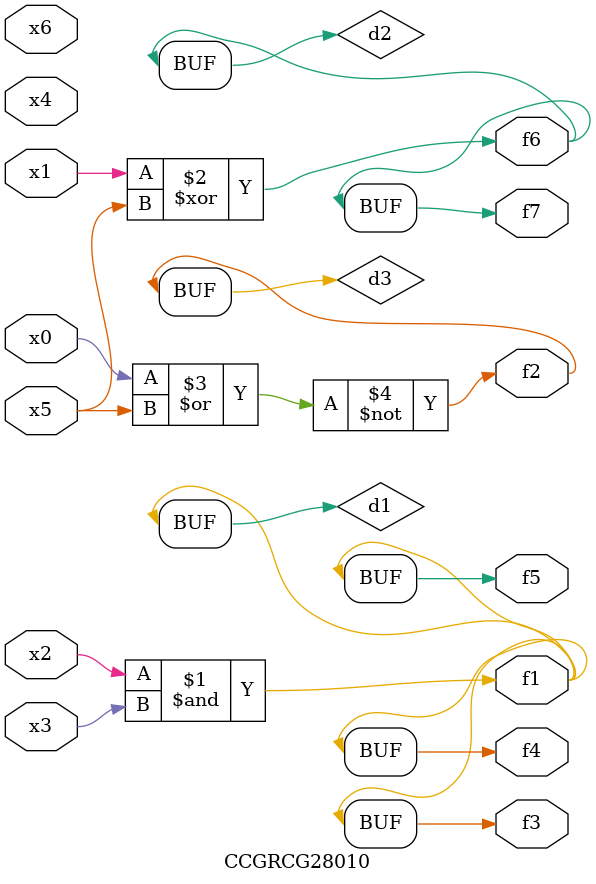
<source format=v>
module CCGRCG28010(
	input x0, x1, x2, x3, x4, x5, x6,
	output f1, f2, f3, f4, f5, f6, f7
);

	wire d1, d2, d3;

	and (d1, x2, x3);
	xor (d2, x1, x5);
	nor (d3, x0, x5);
	assign f1 = d1;
	assign f2 = d3;
	assign f3 = d1;
	assign f4 = d1;
	assign f5 = d1;
	assign f6 = d2;
	assign f7 = d2;
endmodule

</source>
